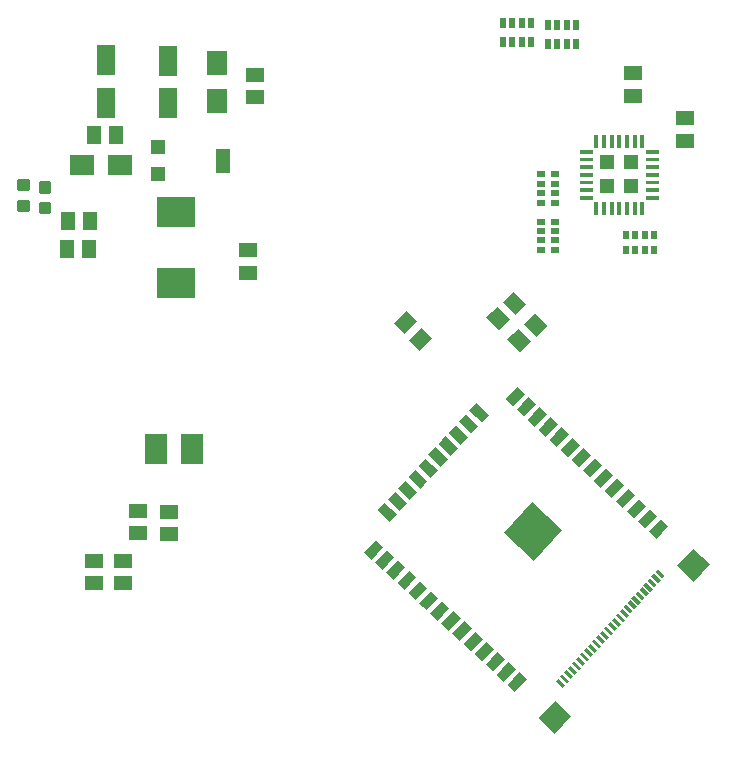
<source format=gbr>
G04 EAGLE Gerber RS-274X export*
G75*
%MOMM*%
%FSLAX34Y34*%
%LPD*%
%INSolderpaste Top*%
%IPPOS*%
%AMOC8*
5,1,8,0,0,1.08239X$1,22.5*%
G01*
%ADD10R,1.500000X1.300000*%
%ADD11R,2.150000X1.800000*%
%ADD12R,1.800000X2.150000*%
%ADD13R,1.600000X2.600000*%
%ADD14R,0.300000X0.800000*%
%ADD15R,2.000000X1.900000*%
%ADD16R,3.250000X2.500000*%
%ADD17R,1.300000X1.500000*%
%ADD18R,1.300000X1.600000*%
%ADD19R,1.300000X1.300000*%
%ADD20R,1.300000X2.000000*%
%ADD21R,1.950000X2.500000*%
%ADD22C,0.080000*%
%ADD23R,0.650000X0.500000*%
%ADD24R,0.500000X0.650000*%
%ADD25R,1.450000X0.860000*%
%ADD26R,3.500000X3.500000*%
%ADD27R,0.500000X0.900000*%
%ADD28C,0.300000*%
%ADD29R,1.600000X1.300000*%


D10*
X-96380Y254130D03*
X-96380Y235130D03*
D11*
X-242590Y178040D03*
X-210090Y178040D03*
D12*
X-128500Y264450D03*
X-128500Y231950D03*
D13*
X-169580Y265980D03*
X-169580Y229980D03*
X-221780Y266580D03*
X-221780Y230580D03*
D14*
G36*
X166724Y-262454D02*
X164705Y-264673D01*
X158788Y-259290D01*
X160807Y-257071D01*
X166724Y-262454D01*
G37*
G36*
X170089Y-258755D02*
X168070Y-260974D01*
X162153Y-255591D01*
X164172Y-253372D01*
X170089Y-258755D01*
G37*
G36*
X173454Y-255057D02*
X171435Y-257276D01*
X165518Y-251893D01*
X167537Y-249674D01*
X173454Y-255057D01*
G37*
G36*
X176819Y-251359D02*
X174800Y-253578D01*
X168883Y-248195D01*
X170902Y-245976D01*
X176819Y-251359D01*
G37*
G36*
X180184Y-247661D02*
X178165Y-249880D01*
X172248Y-244497D01*
X174267Y-242278D01*
X180184Y-247661D01*
G37*
G36*
X183549Y-243963D02*
X181530Y-246182D01*
X175613Y-240799D01*
X177632Y-238580D01*
X183549Y-243963D01*
G37*
G36*
X186914Y-240265D02*
X184895Y-242484D01*
X178978Y-237101D01*
X180997Y-234882D01*
X186914Y-240265D01*
G37*
G36*
X190279Y-236567D02*
X188260Y-238786D01*
X182343Y-233403D01*
X184362Y-231184D01*
X190279Y-236567D01*
G37*
G36*
X193644Y-232868D02*
X191625Y-235087D01*
X185708Y-229704D01*
X187727Y-227485D01*
X193644Y-232868D01*
G37*
G36*
X197010Y-229170D02*
X194991Y-231389D01*
X189074Y-226006D01*
X191093Y-223787D01*
X197010Y-229170D01*
G37*
G36*
X200375Y-225472D02*
X198356Y-227691D01*
X192439Y-222308D01*
X194458Y-220089D01*
X200375Y-225472D01*
G37*
G36*
X203740Y-221774D02*
X201721Y-223993D01*
X195804Y-218610D01*
X197823Y-216391D01*
X203740Y-221774D01*
G37*
G36*
X207105Y-218076D02*
X205086Y-220295D01*
X199169Y-214912D01*
X201188Y-212693D01*
X207105Y-218076D01*
G37*
G36*
X210470Y-214378D02*
X208451Y-216597D01*
X202534Y-211214D01*
X204553Y-208995D01*
X210470Y-214378D01*
G37*
G36*
X213835Y-210679D02*
X211816Y-212898D01*
X205899Y-207515D01*
X207918Y-205296D01*
X213835Y-210679D01*
G37*
G36*
X217200Y-206981D02*
X215181Y-209200D01*
X209264Y-203817D01*
X211283Y-201598D01*
X217200Y-206981D01*
G37*
G36*
X220565Y-203283D02*
X218546Y-205502D01*
X212629Y-200119D01*
X214648Y-197900D01*
X220565Y-203283D01*
G37*
G36*
X223930Y-199585D02*
X221911Y-201804D01*
X215994Y-196421D01*
X218013Y-194202D01*
X223930Y-199585D01*
G37*
G36*
X227295Y-195887D02*
X225276Y-198106D01*
X219359Y-192723D01*
X221378Y-190504D01*
X227295Y-195887D01*
G37*
G36*
X230660Y-192189D02*
X228641Y-194408D01*
X222724Y-189025D01*
X224743Y-186806D01*
X230660Y-192189D01*
G37*
G36*
X234025Y-188491D02*
X232006Y-190710D01*
X226089Y-185327D01*
X228108Y-183108D01*
X234025Y-188491D01*
G37*
G36*
X237390Y-184792D02*
X235371Y-187011D01*
X229454Y-181628D01*
X231473Y-179409D01*
X237390Y-184792D01*
G37*
G36*
X240755Y-181094D02*
X238736Y-183313D01*
X232819Y-177930D01*
X234838Y-175711D01*
X240755Y-181094D01*
G37*
G36*
X244120Y-177396D02*
X242101Y-179615D01*
X236184Y-174232D01*
X238203Y-172013D01*
X244120Y-177396D01*
G37*
G36*
X247485Y-173698D02*
X245466Y-175917D01*
X239549Y-170534D01*
X241568Y-168315D01*
X247485Y-173698D01*
G37*
G36*
X250851Y-170000D02*
X248832Y-172219D01*
X242915Y-166836D01*
X244934Y-164617D01*
X250851Y-170000D01*
G37*
D15*
G36*
X261449Y-162067D02*
X274909Y-147276D01*
X288961Y-160063D01*
X275501Y-174854D01*
X261449Y-162067D01*
G37*
G36*
X171857Y-288759D02*
X158397Y-303550D01*
X144345Y-290763D01*
X157805Y-275972D01*
X171857Y-288759D01*
G37*
D16*
X-163260Y137820D03*
X-163260Y77820D03*
D17*
G36*
X30050Y34465D02*
X21317Y44096D01*
X32428Y54171D01*
X41161Y44540D01*
X30050Y34465D01*
G37*
G36*
X42812Y20389D02*
X34079Y30020D01*
X45190Y40095D01*
X53923Y30464D01*
X42812Y20389D01*
G37*
D18*
X-235700Y130840D03*
X-254700Y130840D03*
X-236260Y106820D03*
X-255260Y106820D03*
D19*
X-177780Y193080D03*
X-177780Y170080D03*
D20*
X-122780Y181580D03*
D18*
X-213300Y203300D03*
X-232300Y203300D03*
D17*
G36*
X119715Y46799D02*
X110176Y37966D01*
X99985Y48971D01*
X109524Y57804D01*
X119715Y46799D01*
G37*
G36*
X133655Y59709D02*
X124116Y50876D01*
X113925Y61881D01*
X123464Y70714D01*
X133655Y59709D01*
G37*
G36*
X137506Y28275D02*
X128076Y19327D01*
X117752Y30207D01*
X127182Y39155D01*
X137506Y28275D01*
G37*
G36*
X151288Y41353D02*
X141858Y32405D01*
X131534Y43285D01*
X140964Y52233D01*
X151288Y41353D01*
G37*
D21*
X-149590Y-62240D03*
X-180090Y-62240D03*
D10*
X-168880Y-134610D03*
X-168880Y-115610D03*
X-195130Y-133900D03*
X-195130Y-114900D03*
X-208060Y-157140D03*
X-208060Y-176140D03*
X-231940Y-157220D03*
X-231940Y-176220D03*
X224000Y236500D03*
X224000Y255500D03*
D19*
X201750Y180250D03*
X222250Y180250D03*
X201750Y159750D03*
X222250Y159750D03*
D22*
X193700Y146950D02*
X193700Y136750D01*
X191300Y136750D01*
X191300Y146950D01*
X193700Y146950D01*
X193700Y137510D02*
X191300Y137510D01*
X191300Y138270D02*
X193700Y138270D01*
X193700Y139030D02*
X191300Y139030D01*
X191300Y139790D02*
X193700Y139790D01*
X193700Y140550D02*
X191300Y140550D01*
X191300Y141310D02*
X193700Y141310D01*
X193700Y142070D02*
X191300Y142070D01*
X191300Y142830D02*
X193700Y142830D01*
X193700Y143590D02*
X191300Y143590D01*
X191300Y144350D02*
X193700Y144350D01*
X193700Y145110D02*
X191300Y145110D01*
X191300Y145870D02*
X193700Y145870D01*
X193700Y146630D02*
X191300Y146630D01*
X200200Y146950D02*
X200200Y136750D01*
X197800Y136750D01*
X197800Y146950D01*
X200200Y146950D01*
X200200Y137510D02*
X197800Y137510D01*
X197800Y138270D02*
X200200Y138270D01*
X200200Y139030D02*
X197800Y139030D01*
X197800Y139790D02*
X200200Y139790D01*
X200200Y140550D02*
X197800Y140550D01*
X197800Y141310D02*
X200200Y141310D01*
X200200Y142070D02*
X197800Y142070D01*
X197800Y142830D02*
X200200Y142830D01*
X200200Y143590D02*
X197800Y143590D01*
X197800Y144350D02*
X200200Y144350D01*
X200200Y145110D02*
X197800Y145110D01*
X197800Y145870D02*
X200200Y145870D01*
X200200Y146630D02*
X197800Y146630D01*
X206700Y146950D02*
X206700Y136750D01*
X204300Y136750D01*
X204300Y146950D01*
X206700Y146950D01*
X206700Y137510D02*
X204300Y137510D01*
X204300Y138270D02*
X206700Y138270D01*
X206700Y139030D02*
X204300Y139030D01*
X204300Y139790D02*
X206700Y139790D01*
X206700Y140550D02*
X204300Y140550D01*
X204300Y141310D02*
X206700Y141310D01*
X206700Y142070D02*
X204300Y142070D01*
X204300Y142830D02*
X206700Y142830D01*
X206700Y143590D02*
X204300Y143590D01*
X204300Y144350D02*
X206700Y144350D01*
X206700Y145110D02*
X204300Y145110D01*
X204300Y145870D02*
X206700Y145870D01*
X206700Y146630D02*
X204300Y146630D01*
X213200Y146950D02*
X213200Y136750D01*
X210800Y136750D01*
X210800Y146950D01*
X213200Y146950D01*
X213200Y137510D02*
X210800Y137510D01*
X210800Y138270D02*
X213200Y138270D01*
X213200Y139030D02*
X210800Y139030D01*
X210800Y139790D02*
X213200Y139790D01*
X213200Y140550D02*
X210800Y140550D01*
X210800Y141310D02*
X213200Y141310D01*
X213200Y142070D02*
X210800Y142070D01*
X210800Y142830D02*
X213200Y142830D01*
X213200Y143590D02*
X210800Y143590D01*
X210800Y144350D02*
X213200Y144350D01*
X213200Y145110D02*
X210800Y145110D01*
X210800Y145870D02*
X213200Y145870D01*
X213200Y146630D02*
X210800Y146630D01*
X219700Y146950D02*
X219700Y136750D01*
X217300Y136750D01*
X217300Y146950D01*
X219700Y146950D01*
X219700Y137510D02*
X217300Y137510D01*
X217300Y138270D02*
X219700Y138270D01*
X219700Y139030D02*
X217300Y139030D01*
X217300Y139790D02*
X219700Y139790D01*
X219700Y140550D02*
X217300Y140550D01*
X217300Y141310D02*
X219700Y141310D01*
X219700Y142070D02*
X217300Y142070D01*
X217300Y142830D02*
X219700Y142830D01*
X219700Y143590D02*
X217300Y143590D01*
X217300Y144350D02*
X219700Y144350D01*
X219700Y145110D02*
X217300Y145110D01*
X217300Y145870D02*
X219700Y145870D01*
X219700Y146630D02*
X217300Y146630D01*
X226200Y146950D02*
X226200Y136750D01*
X223800Y136750D01*
X223800Y146950D01*
X226200Y146950D01*
X226200Y137510D02*
X223800Y137510D01*
X223800Y138270D02*
X226200Y138270D01*
X226200Y139030D02*
X223800Y139030D01*
X223800Y139790D02*
X226200Y139790D01*
X226200Y140550D02*
X223800Y140550D01*
X223800Y141310D02*
X226200Y141310D01*
X226200Y142070D02*
X223800Y142070D01*
X223800Y142830D02*
X226200Y142830D01*
X226200Y143590D02*
X223800Y143590D01*
X223800Y144350D02*
X226200Y144350D01*
X226200Y145110D02*
X223800Y145110D01*
X223800Y145870D02*
X226200Y145870D01*
X226200Y146630D02*
X223800Y146630D01*
X232700Y146950D02*
X232700Y136750D01*
X230300Y136750D01*
X230300Y146950D01*
X232700Y146950D01*
X232700Y137510D02*
X230300Y137510D01*
X230300Y138270D02*
X232700Y138270D01*
X232700Y139030D02*
X230300Y139030D01*
X230300Y139790D02*
X232700Y139790D01*
X232700Y140550D02*
X230300Y140550D01*
X230300Y141310D02*
X232700Y141310D01*
X232700Y142070D02*
X230300Y142070D01*
X230300Y142830D02*
X232700Y142830D01*
X232700Y143590D02*
X230300Y143590D01*
X230300Y144350D02*
X232700Y144350D01*
X232700Y145110D02*
X230300Y145110D01*
X230300Y145870D02*
X232700Y145870D01*
X232700Y146630D02*
X230300Y146630D01*
X232700Y193050D02*
X232700Y203250D01*
X232700Y193050D02*
X230300Y193050D01*
X230300Y203250D01*
X232700Y203250D01*
X232700Y193810D02*
X230300Y193810D01*
X230300Y194570D02*
X232700Y194570D01*
X232700Y195330D02*
X230300Y195330D01*
X230300Y196090D02*
X232700Y196090D01*
X232700Y196850D02*
X230300Y196850D01*
X230300Y197610D02*
X232700Y197610D01*
X232700Y198370D02*
X230300Y198370D01*
X230300Y199130D02*
X232700Y199130D01*
X232700Y199890D02*
X230300Y199890D01*
X230300Y200650D02*
X232700Y200650D01*
X232700Y201410D02*
X230300Y201410D01*
X230300Y202170D02*
X232700Y202170D01*
X232700Y202930D02*
X230300Y202930D01*
X226200Y203250D02*
X226200Y193050D01*
X223800Y193050D01*
X223800Y203250D01*
X226200Y203250D01*
X226200Y193810D02*
X223800Y193810D01*
X223800Y194570D02*
X226200Y194570D01*
X226200Y195330D02*
X223800Y195330D01*
X223800Y196090D02*
X226200Y196090D01*
X226200Y196850D02*
X223800Y196850D01*
X223800Y197610D02*
X226200Y197610D01*
X226200Y198370D02*
X223800Y198370D01*
X223800Y199130D02*
X226200Y199130D01*
X226200Y199890D02*
X223800Y199890D01*
X223800Y200650D02*
X226200Y200650D01*
X226200Y201410D02*
X223800Y201410D01*
X223800Y202170D02*
X226200Y202170D01*
X226200Y202930D02*
X223800Y202930D01*
X219700Y203250D02*
X219700Y193050D01*
X217300Y193050D01*
X217300Y203250D01*
X219700Y203250D01*
X219700Y193810D02*
X217300Y193810D01*
X217300Y194570D02*
X219700Y194570D01*
X219700Y195330D02*
X217300Y195330D01*
X217300Y196090D02*
X219700Y196090D01*
X219700Y196850D02*
X217300Y196850D01*
X217300Y197610D02*
X219700Y197610D01*
X219700Y198370D02*
X217300Y198370D01*
X217300Y199130D02*
X219700Y199130D01*
X219700Y199890D02*
X217300Y199890D01*
X217300Y200650D02*
X219700Y200650D01*
X219700Y201410D02*
X217300Y201410D01*
X217300Y202170D02*
X219700Y202170D01*
X219700Y202930D02*
X217300Y202930D01*
X213200Y203250D02*
X213200Y193050D01*
X210800Y193050D01*
X210800Y203250D01*
X213200Y203250D01*
X213200Y193810D02*
X210800Y193810D01*
X210800Y194570D02*
X213200Y194570D01*
X213200Y195330D02*
X210800Y195330D01*
X210800Y196090D02*
X213200Y196090D01*
X213200Y196850D02*
X210800Y196850D01*
X210800Y197610D02*
X213200Y197610D01*
X213200Y198370D02*
X210800Y198370D01*
X210800Y199130D02*
X213200Y199130D01*
X213200Y199890D02*
X210800Y199890D01*
X210800Y200650D02*
X213200Y200650D01*
X213200Y201410D02*
X210800Y201410D01*
X210800Y202170D02*
X213200Y202170D01*
X213200Y202930D02*
X210800Y202930D01*
X206700Y203250D02*
X206700Y193050D01*
X204300Y193050D01*
X204300Y203250D01*
X206700Y203250D01*
X206700Y193810D02*
X204300Y193810D01*
X204300Y194570D02*
X206700Y194570D01*
X206700Y195330D02*
X204300Y195330D01*
X204300Y196090D02*
X206700Y196090D01*
X206700Y196850D02*
X204300Y196850D01*
X204300Y197610D02*
X206700Y197610D01*
X206700Y198370D02*
X204300Y198370D01*
X204300Y199130D02*
X206700Y199130D01*
X206700Y199890D02*
X204300Y199890D01*
X204300Y200650D02*
X206700Y200650D01*
X206700Y201410D02*
X204300Y201410D01*
X204300Y202170D02*
X206700Y202170D01*
X206700Y202930D02*
X204300Y202930D01*
X200200Y203250D02*
X200200Y193050D01*
X197800Y193050D01*
X197800Y203250D01*
X200200Y203250D01*
X200200Y193810D02*
X197800Y193810D01*
X197800Y194570D02*
X200200Y194570D01*
X200200Y195330D02*
X197800Y195330D01*
X197800Y196090D02*
X200200Y196090D01*
X200200Y196850D02*
X197800Y196850D01*
X197800Y197610D02*
X200200Y197610D01*
X200200Y198370D02*
X197800Y198370D01*
X197800Y199130D02*
X200200Y199130D01*
X200200Y199890D02*
X197800Y199890D01*
X197800Y200650D02*
X200200Y200650D01*
X200200Y201410D02*
X197800Y201410D01*
X197800Y202170D02*
X200200Y202170D01*
X200200Y202930D02*
X197800Y202930D01*
X193700Y203250D02*
X193700Y193050D01*
X191300Y193050D01*
X191300Y203250D01*
X193700Y203250D01*
X193700Y193810D02*
X191300Y193810D01*
X191300Y194570D02*
X193700Y194570D01*
X193700Y195330D02*
X191300Y195330D01*
X191300Y196090D02*
X193700Y196090D01*
X193700Y196850D02*
X191300Y196850D01*
X191300Y197610D02*
X193700Y197610D01*
X193700Y198370D02*
X191300Y198370D01*
X191300Y199130D02*
X193700Y199130D01*
X193700Y199890D02*
X191300Y199890D01*
X191300Y200650D02*
X193700Y200650D01*
X193700Y201410D02*
X191300Y201410D01*
X191300Y202170D02*
X193700Y202170D01*
X193700Y202930D02*
X191300Y202930D01*
X188950Y188300D02*
X178750Y188300D01*
X178750Y190700D01*
X188950Y190700D01*
X188950Y188300D01*
X188950Y189060D02*
X178750Y189060D01*
X178750Y189820D02*
X188950Y189820D01*
X188950Y190580D02*
X178750Y190580D01*
X178750Y181800D02*
X188950Y181800D01*
X178750Y181800D02*
X178750Y184200D01*
X188950Y184200D01*
X188950Y181800D01*
X188950Y182560D02*
X178750Y182560D01*
X178750Y183320D02*
X188950Y183320D01*
X188950Y184080D02*
X178750Y184080D01*
X178750Y175300D02*
X188950Y175300D01*
X178750Y175300D02*
X178750Y177700D01*
X188950Y177700D01*
X188950Y175300D01*
X188950Y176060D02*
X178750Y176060D01*
X178750Y176820D02*
X188950Y176820D01*
X188950Y177580D02*
X178750Y177580D01*
X178750Y168800D02*
X188950Y168800D01*
X178750Y168800D02*
X178750Y171200D01*
X188950Y171200D01*
X188950Y168800D01*
X188950Y169560D02*
X178750Y169560D01*
X178750Y170320D02*
X188950Y170320D01*
X188950Y171080D02*
X178750Y171080D01*
X178750Y162300D02*
X188950Y162300D01*
X178750Y162300D02*
X178750Y164700D01*
X188950Y164700D01*
X188950Y162300D01*
X188950Y163060D02*
X178750Y163060D01*
X178750Y163820D02*
X188950Y163820D01*
X188950Y164580D02*
X178750Y164580D01*
X178750Y155800D02*
X188950Y155800D01*
X178750Y155800D02*
X178750Y158200D01*
X188950Y158200D01*
X188950Y155800D01*
X188950Y156560D02*
X178750Y156560D01*
X178750Y157320D02*
X188950Y157320D01*
X188950Y158080D02*
X178750Y158080D01*
X178750Y149300D02*
X188950Y149300D01*
X178750Y149300D02*
X178750Y151700D01*
X188950Y151700D01*
X188950Y149300D01*
X188950Y150060D02*
X178750Y150060D01*
X178750Y150820D02*
X188950Y150820D01*
X188950Y151580D02*
X178750Y151580D01*
X235050Y149300D02*
X245250Y149300D01*
X235050Y149300D02*
X235050Y151700D01*
X245250Y151700D01*
X245250Y149300D01*
X245250Y150060D02*
X235050Y150060D01*
X235050Y150820D02*
X245250Y150820D01*
X245250Y151580D02*
X235050Y151580D01*
X235050Y155800D02*
X245250Y155800D01*
X235050Y155800D02*
X235050Y158200D01*
X245250Y158200D01*
X245250Y155800D01*
X245250Y156560D02*
X235050Y156560D01*
X235050Y157320D02*
X245250Y157320D01*
X245250Y158080D02*
X235050Y158080D01*
X235050Y162300D02*
X245250Y162300D01*
X235050Y162300D02*
X235050Y164700D01*
X245250Y164700D01*
X245250Y162300D01*
X245250Y163060D02*
X235050Y163060D01*
X235050Y163820D02*
X245250Y163820D01*
X245250Y164580D02*
X235050Y164580D01*
X235050Y168800D02*
X245250Y168800D01*
X235050Y168800D02*
X235050Y171200D01*
X245250Y171200D01*
X245250Y168800D01*
X245250Y169560D02*
X235050Y169560D01*
X235050Y170320D02*
X245250Y170320D01*
X245250Y171080D02*
X235050Y171080D01*
X235050Y175300D02*
X245250Y175300D01*
X235050Y175300D02*
X235050Y177700D01*
X245250Y177700D01*
X245250Y175300D01*
X245250Y176060D02*
X235050Y176060D01*
X235050Y176820D02*
X245250Y176820D01*
X245250Y177580D02*
X235050Y177580D01*
X235050Y181800D02*
X245250Y181800D01*
X235050Y181800D02*
X235050Y184200D01*
X245250Y184200D01*
X245250Y181800D01*
X245250Y182560D02*
X235050Y182560D01*
X235050Y183320D02*
X245250Y183320D01*
X245250Y184080D02*
X235050Y184080D01*
X235050Y188300D02*
X245250Y188300D01*
X235050Y188300D02*
X235050Y190700D01*
X245250Y190700D01*
X245250Y188300D01*
X245250Y189060D02*
X235050Y189060D01*
X235050Y189820D02*
X245250Y189820D01*
X245250Y190580D02*
X235050Y190580D01*
D10*
X268000Y198500D03*
X268000Y217500D03*
D23*
X158250Y146000D03*
X158250Y154000D03*
X158250Y162000D03*
X158250Y170000D03*
X145750Y170000D03*
X145750Y162000D03*
X145750Y154000D03*
X145750Y146000D03*
X158250Y106000D03*
X158250Y114000D03*
X158250Y122000D03*
X158250Y130000D03*
X145750Y130000D03*
X145750Y122000D03*
X145750Y114000D03*
X145750Y106000D03*
D24*
X242000Y118250D03*
X234000Y118250D03*
X226000Y118250D03*
X218000Y118250D03*
X218000Y105750D03*
X226000Y105750D03*
X234000Y105750D03*
X242000Y105750D03*
D25*
G36*
X116277Y-20588D02*
X126109Y-9932D01*
X132429Y-15764D01*
X122597Y-26420D01*
X116277Y-20588D01*
G37*
G36*
X125611Y-29201D02*
X135443Y-18545D01*
X141763Y-24377D01*
X131931Y-35033D01*
X125611Y-29201D01*
G37*
G36*
X134944Y-37813D02*
X144776Y-27157D01*
X151096Y-32989D01*
X141264Y-43645D01*
X134944Y-37813D01*
G37*
G36*
X144278Y-46426D02*
X154110Y-35770D01*
X160430Y-41602D01*
X150598Y-52258D01*
X144278Y-46426D01*
G37*
G36*
X153611Y-55039D02*
X163443Y-44383D01*
X169763Y-50215D01*
X159931Y-60871D01*
X153611Y-55039D01*
G37*
G36*
X162944Y-63651D02*
X172776Y-52995D01*
X179096Y-58827D01*
X169264Y-69483D01*
X162944Y-63651D01*
G37*
G36*
X172278Y-72264D02*
X182110Y-61608D01*
X188430Y-67440D01*
X178598Y-78096D01*
X172278Y-72264D01*
G37*
G36*
X181611Y-80877D02*
X191443Y-70221D01*
X197763Y-76053D01*
X187931Y-86709D01*
X181611Y-80877D01*
G37*
G36*
X190945Y-89489D02*
X200777Y-78833D01*
X207097Y-84665D01*
X197265Y-95321D01*
X190945Y-89489D01*
G37*
G36*
X200278Y-98102D02*
X210110Y-87446D01*
X216430Y-93278D01*
X206598Y-103934D01*
X200278Y-98102D01*
G37*
G36*
X209612Y-106714D02*
X219444Y-96058D01*
X225764Y-101890D01*
X215932Y-112546D01*
X209612Y-106714D01*
G37*
G36*
X218945Y-115327D02*
X228777Y-104671D01*
X235097Y-110503D01*
X225265Y-121159D01*
X218945Y-115327D01*
G37*
G36*
X228278Y-123940D02*
X238110Y-113284D01*
X244430Y-119116D01*
X234598Y-129772D01*
X228278Y-123940D01*
G37*
G36*
X237612Y-132552D02*
X247444Y-121896D01*
X253764Y-127728D01*
X243932Y-138384D01*
X237612Y-132552D01*
G37*
G36*
X-3486Y-150374D02*
X6346Y-139718D01*
X12666Y-145550D01*
X2834Y-156206D01*
X-3486Y-150374D01*
G37*
G36*
X5848Y-158987D02*
X15680Y-148331D01*
X22000Y-154163D01*
X12168Y-164819D01*
X5848Y-158987D01*
G37*
G36*
X15181Y-167599D02*
X25013Y-156943D01*
X31333Y-162775D01*
X21501Y-173431D01*
X15181Y-167599D01*
G37*
G36*
X24515Y-176212D02*
X34347Y-165556D01*
X40667Y-171388D01*
X30835Y-182044D01*
X24515Y-176212D01*
G37*
G36*
X33848Y-184825D02*
X43680Y-174169D01*
X50000Y-180001D01*
X40168Y-190657D01*
X33848Y-184825D01*
G37*
G36*
X43181Y-193437D02*
X53013Y-182781D01*
X59333Y-188613D01*
X49501Y-199269D01*
X43181Y-193437D01*
G37*
G36*
X52515Y-202050D02*
X62347Y-191394D01*
X68667Y-197226D01*
X58835Y-207882D01*
X52515Y-202050D01*
G37*
G36*
X61848Y-210662D02*
X71680Y-200006D01*
X78000Y-205838D01*
X68168Y-216494D01*
X61848Y-210662D01*
G37*
G36*
X71182Y-219275D02*
X81014Y-208619D01*
X87334Y-214451D01*
X77502Y-225107D01*
X71182Y-219275D01*
G37*
G36*
X80515Y-227888D02*
X90347Y-217232D01*
X96667Y-223064D01*
X86835Y-233720D01*
X80515Y-227888D01*
G37*
G36*
X89849Y-236500D02*
X99681Y-225844D01*
X106001Y-231676D01*
X96169Y-242332D01*
X89849Y-236500D01*
G37*
G36*
X99182Y-245113D02*
X109014Y-234457D01*
X115334Y-240289D01*
X105502Y-250945D01*
X99182Y-245113D01*
G37*
G36*
X108515Y-253726D02*
X118347Y-243070D01*
X124667Y-248902D01*
X114835Y-259558D01*
X108515Y-253726D01*
G37*
G36*
X117849Y-262338D02*
X127681Y-251682D01*
X134001Y-257514D01*
X124169Y-268170D01*
X117849Y-262338D01*
G37*
G36*
X52803Y-86792D02*
X42147Y-76960D01*
X47979Y-70640D01*
X58635Y-80472D01*
X52803Y-86792D01*
G37*
G36*
X44191Y-96126D02*
X33535Y-86294D01*
X39367Y-79974D01*
X50023Y-89806D01*
X44191Y-96126D01*
G37*
G36*
X35578Y-105459D02*
X24922Y-95627D01*
X30754Y-89307D01*
X41410Y-99139D01*
X35578Y-105459D01*
G37*
G36*
X26965Y-114792D02*
X16309Y-104960D01*
X22141Y-98640D01*
X32797Y-108472D01*
X26965Y-114792D01*
G37*
G36*
X18353Y-124126D02*
X7697Y-114294D01*
X13529Y-107974D01*
X24185Y-117806D01*
X18353Y-124126D01*
G37*
G36*
X61416Y-77459D02*
X50760Y-67627D01*
X56592Y-61307D01*
X67248Y-71139D01*
X61416Y-77459D01*
G37*
G36*
X70028Y-68125D02*
X59372Y-58293D01*
X65204Y-51973D01*
X75860Y-61805D01*
X70028Y-68125D01*
G37*
G36*
X78641Y-58792D02*
X67985Y-48960D01*
X73817Y-42640D01*
X84473Y-52472D01*
X78641Y-58792D01*
G37*
G36*
X87254Y-49459D02*
X76598Y-39627D01*
X82430Y-33307D01*
X93086Y-43139D01*
X87254Y-49459D01*
G37*
G36*
X95866Y-40125D02*
X85210Y-30293D01*
X91042Y-23973D01*
X101698Y-33805D01*
X95866Y-40125D01*
G37*
D26*
G36*
X114832Y-133485D02*
X138567Y-107764D01*
X164288Y-131499D01*
X140553Y-157220D01*
X114832Y-133485D01*
G37*
D27*
X138000Y298000D03*
X130000Y298000D03*
X122000Y298000D03*
X114000Y298000D03*
X114000Y282000D03*
X122000Y282000D03*
X130000Y282000D03*
X138000Y282000D03*
X176000Y296000D03*
X168000Y296000D03*
X160000Y296000D03*
X152000Y296000D03*
X152000Y280000D03*
X160000Y280000D03*
X168000Y280000D03*
X176000Y280000D03*
D28*
X-270500Y144730D02*
X-277500Y144730D01*
X-270500Y144730D02*
X-270500Y137730D01*
X-277500Y137730D01*
X-277500Y144730D01*
X-277500Y140580D02*
X-270500Y140580D01*
X-270500Y143430D02*
X-277500Y143430D01*
X-277500Y162270D02*
X-270500Y162270D01*
X-270500Y155270D01*
X-277500Y155270D01*
X-277500Y162270D01*
X-277500Y158120D02*
X-270500Y158120D01*
X-270500Y160970D02*
X-277500Y160970D01*
X-288500Y146730D02*
X-295500Y146730D01*
X-288500Y146730D02*
X-288500Y139730D01*
X-295500Y139730D01*
X-295500Y146730D01*
X-295500Y142580D02*
X-288500Y142580D01*
X-288500Y145430D02*
X-295500Y145430D01*
X-295500Y164270D02*
X-288500Y164270D01*
X-288500Y157270D01*
X-295500Y157270D01*
X-295500Y164270D01*
X-295500Y160120D02*
X-288500Y160120D01*
X-288500Y162970D02*
X-295500Y162970D01*
D29*
X-102000Y86500D03*
X-102000Y105500D03*
M02*

</source>
